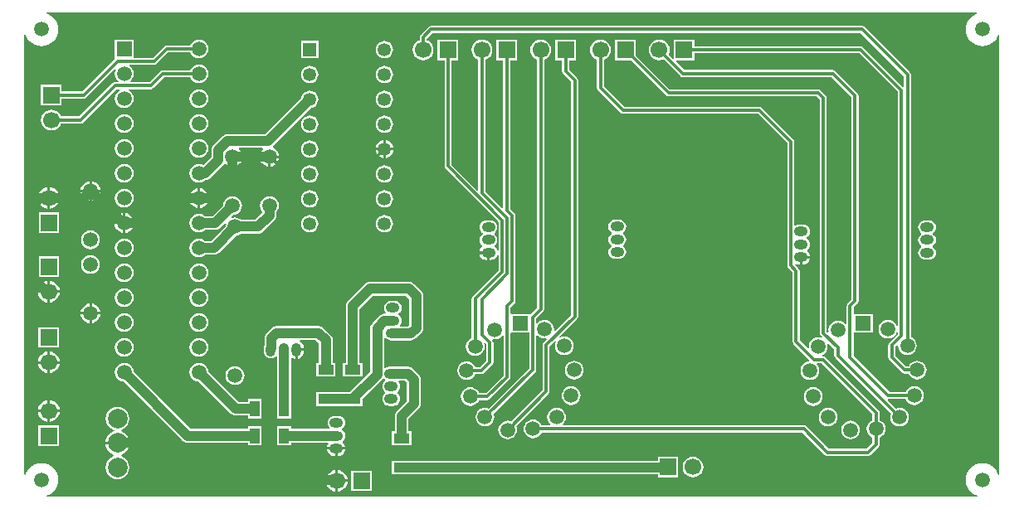
<source format=gbl>
G04 Layer_Physical_Order=2*
G04 Layer_Color=16711680*
%FSLAX25Y25*%
%MOIN*%
G70*
G01*
G75*
%ADD12R,0.06299X0.03937*%
%ADD13R,0.03937X0.06299*%
%ADD14C,0.03937*%
%ADD15C,0.01181*%
%ADD16C,0.05905*%
%ADD17R,0.05905X0.05905*%
%ADD18R,0.05905X0.05905*%
%ADD19O,0.05512X0.03937*%
%ADD20C,0.05315*%
%ADD21R,0.05315X0.05315*%
%ADD22C,0.07874*%
%ADD23O,0.03937X0.05512*%
%ADD24R,0.06693X0.06693*%
%ADD25C,0.06693*%
%ADD26R,0.06693X0.06693*%
G36*
X383771Y195347D02*
X383253Y195190D01*
X382090Y194568D01*
X381071Y193732D01*
X380235Y192713D01*
X379613Y191550D01*
X379231Y190288D01*
X379101Y188976D01*
X379231Y187664D01*
X379613Y186403D01*
X380235Y185240D01*
X381071Y184221D01*
X382090Y183385D01*
X383253Y182763D01*
X384515Y182380D01*
X385827Y182251D01*
X387139Y182380D01*
X388400Y182763D01*
X389563Y183385D01*
X390582Y184221D01*
X391419Y185240D01*
X392040Y186403D01*
X392197Y186921D01*
X392697Y186846D01*
Y10004D01*
X392197Y9930D01*
X392040Y10448D01*
X391419Y11610D01*
X390582Y12630D01*
X389563Y13466D01*
X388400Y14087D01*
X387139Y14470D01*
X385827Y14599D01*
X384515Y14470D01*
X383253Y14087D01*
X382090Y13466D01*
X381071Y12630D01*
X380235Y11610D01*
X379613Y10448D01*
X379231Y9186D01*
X379101Y7874D01*
X379231Y6562D01*
X379613Y5300D01*
X380235Y4138D01*
X381071Y3118D01*
X382090Y2282D01*
X383253Y1661D01*
X383771Y1503D01*
X383697Y1003D01*
X10004D01*
X9930Y1503D01*
X10448Y1661D01*
X11610Y2282D01*
X12630Y3118D01*
X13466Y4138D01*
X14087Y5300D01*
X14470Y6562D01*
X14599Y7874D01*
X14470Y9186D01*
X14087Y10448D01*
X13466Y11610D01*
X12630Y12630D01*
X11610Y13466D01*
X10448Y14087D01*
X9186Y14470D01*
X7874Y14599D01*
X6562Y14470D01*
X5300Y14087D01*
X4138Y13466D01*
X3118Y12630D01*
X2282Y11610D01*
X1661Y10448D01*
X1503Y9930D01*
X1003Y10004D01*
Y186846D01*
X1503Y186921D01*
X1661Y186403D01*
X2282Y185240D01*
X3118Y184221D01*
X4138Y183385D01*
X5300Y182763D01*
X6562Y182380D01*
X7874Y182251D01*
X9186Y182380D01*
X10448Y182763D01*
X11610Y183385D01*
X12630Y184221D01*
X13466Y185240D01*
X14087Y186403D01*
X14470Y187664D01*
X14599Y188976D01*
X14470Y190288D01*
X14087Y191550D01*
X13466Y192713D01*
X12630Y193732D01*
X11610Y194568D01*
X10448Y195190D01*
X9930Y195347D01*
X10004Y195847D01*
X383697D01*
X383771Y195347D01*
D02*
G37*
%LPC*%
G36*
X155512Y87425D02*
X139764D01*
X139044Y87331D01*
X138374Y87053D01*
X137798Y86611D01*
X130909Y79721D01*
X130467Y79146D01*
X130189Y78475D01*
X130094Y77756D01*
Y54921D01*
X128937D01*
Y49409D01*
X132693D01*
X132874Y49386D01*
X133055Y49409D01*
X136811D01*
Y54921D01*
X135654D01*
Y76604D01*
X140915Y81866D01*
X154360D01*
X155685Y80541D01*
Y70049D01*
X155148Y69512D01*
X151988D01*
X151807Y70012D01*
X152151Y70461D01*
X152429Y71131D01*
X152524Y71850D01*
X152429Y72570D01*
X152151Y73240D01*
X151710Y73816D01*
X151332Y74106D01*
X151303Y74173D01*
Y74646D01*
X151332Y74713D01*
X151710Y75003D01*
X152151Y75579D01*
X152429Y76249D01*
X152524Y76968D01*
X152429Y77688D01*
X152151Y78358D01*
X151710Y78934D01*
X151134Y79376D01*
X150463Y79654D01*
X149744Y79748D01*
X148169D01*
X147450Y79654D01*
X146780Y79376D01*
X146204Y78934D01*
X145762Y78358D01*
X145484Y77688D01*
X145390Y76968D01*
X145484Y76249D01*
X145762Y75579D01*
X146106Y75130D01*
X145926Y74630D01*
X145669D01*
X144950Y74535D01*
X144279Y74258D01*
X143704Y73816D01*
X140751Y70863D01*
X140309Y70288D01*
X140032Y69617D01*
X139937Y68898D01*
Y51348D01*
X131723Y43134D01*
X122047D01*
X121867Y43110D01*
X118110D01*
Y37598D01*
X121867D01*
X122047Y37575D01*
X132874D01*
X133055Y37598D01*
X136811D01*
Y40360D01*
X144682Y48231D01*
X144983Y48624D01*
X145569Y48683D01*
X145613Y48625D01*
X145991Y48335D01*
X146020Y48268D01*
Y47795D01*
X145991Y47728D01*
X145613Y47438D01*
X145171Y46862D01*
X144894Y46192D01*
X144799Y45472D01*
X144894Y44753D01*
X145171Y44083D01*
X145613Y43507D01*
X145991Y43217D01*
X146020Y43150D01*
Y42677D01*
X145991Y42610D01*
X145613Y42320D01*
X145171Y41744D01*
X144894Y41074D01*
X144799Y40354D01*
X144894Y39635D01*
X145171Y38965D01*
X145613Y38389D01*
X146189Y37947D01*
X146859Y37669D01*
X147579Y37575D01*
X149153D01*
X149873Y37669D01*
X150543Y37947D01*
X151119Y38389D01*
X151561Y38965D01*
X151839Y39635D01*
X151933Y40354D01*
X151839Y41074D01*
X151561Y41744D01*
X151119Y42320D01*
X150741Y42610D01*
X150712Y42677D01*
Y43150D01*
X150741Y43217D01*
X151119Y43507D01*
X151561Y44083D01*
X151839Y44753D01*
X151933Y45472D01*
X151839Y46192D01*
X151561Y46862D01*
X151217Y47311D01*
X151397Y47811D01*
X153967D01*
X154701Y47077D01*
Y39537D01*
X150593Y35430D01*
X150152Y34854D01*
X149874Y34184D01*
X149779Y33465D01*
Y27362D01*
X148622D01*
Y21850D01*
X152378D01*
X152559Y21827D01*
X152740Y21850D01*
X156496D01*
Y27362D01*
X155339D01*
Y32313D01*
X159446Y36420D01*
X159888Y36996D01*
X160165Y37666D01*
X160260Y38386D01*
Y48228D01*
X160165Y48948D01*
X159888Y49618D01*
X159446Y50194D01*
X157084Y52556D01*
X156508Y52998D01*
X155838Y53276D01*
X155118Y53370D01*
X147579D01*
X146859Y53276D01*
X146189Y52998D01*
X145996Y52850D01*
X145496Y53097D01*
Y64868D01*
X145996Y65037D01*
X146204Y64767D01*
X146780Y64325D01*
X147450Y64047D01*
X148169Y63953D01*
X156299D01*
X157019Y64047D01*
X157689Y64325D01*
X158265Y64767D01*
X160430Y66932D01*
X160872Y67508D01*
X161150Y68178D01*
X161244Y68898D01*
Y81693D01*
X161150Y82412D01*
X160872Y83083D01*
X160430Y83658D01*
X157477Y86611D01*
X156902Y87053D01*
X156231Y87331D01*
X155512Y87425D01*
D02*
G37*
G36*
X71102Y74914D02*
X70126Y74786D01*
X69216Y74409D01*
X68435Y73809D01*
X67835Y73028D01*
X67458Y72118D01*
X67330Y71142D01*
X67458Y70165D01*
X67835Y69256D01*
X68435Y68474D01*
X69216Y67875D01*
X70126Y67498D01*
X71102Y67369D01*
X72079Y67498D01*
X72989Y67875D01*
X73770Y68474D01*
X74369Y69256D01*
X74746Y70165D01*
X74875Y71142D01*
X74746Y72118D01*
X74369Y73028D01*
X73770Y73809D01*
X72989Y74409D01*
X72079Y74786D01*
X71102Y74914D01*
D02*
G37*
G36*
X41102D02*
X40126Y74786D01*
X39216Y74409D01*
X38435Y73809D01*
X37835Y73028D01*
X37459Y72118D01*
X37330Y71142D01*
X37459Y70165D01*
X37835Y69256D01*
X38435Y68474D01*
X39216Y67875D01*
X40126Y67498D01*
X41102Y67369D01*
X42079Y67498D01*
X42989Y67875D01*
X43770Y68474D01*
X44369Y69256D01*
X44746Y70165D01*
X44875Y71142D01*
X44746Y72118D01*
X44369Y73028D01*
X43770Y73809D01*
X42989Y74409D01*
X42079Y74786D01*
X41102Y74914D01*
D02*
G37*
G36*
X208386Y184878D02*
X207307Y184736D01*
X206301Y184320D01*
X205437Y183657D01*
X204775Y182793D01*
X204358Y181788D01*
X204216Y180709D01*
X204358Y179630D01*
X204775Y178624D01*
X205437Y177760D01*
X206301Y177098D01*
X206981Y176816D01*
Y77078D01*
X204437Y74534D01*
X203937Y74606D01*
Y74606D01*
X203937Y74606D01*
X196787D01*
X196457Y74606D01*
X196287Y75036D01*
Y77174D01*
X197844Y78731D01*
X198148Y79187D01*
X198255Y79724D01*
Y114173D01*
X198148Y114711D01*
X197844Y115167D01*
X196169Y116842D01*
Y176575D01*
X198898D01*
Y184843D01*
X190630D01*
Y176575D01*
X193359D01*
Y117183D01*
X192897Y116992D01*
X186169Y123720D01*
Y176816D01*
X186848Y177098D01*
X187712Y177760D01*
X188375Y178624D01*
X188791Y179630D01*
X188933Y180709D01*
X188791Y181788D01*
X188375Y182793D01*
X187712Y183657D01*
X186848Y184320D01*
X185843Y184736D01*
X184764Y184878D01*
X183685Y184736D01*
X182679Y184320D01*
X181816Y183657D01*
X181153Y182793D01*
X180736Y181788D01*
X180594Y180709D01*
X180736Y179630D01*
X181153Y178624D01*
X181816Y177760D01*
X182679Y177098D01*
X183359Y176816D01*
Y124399D01*
X182897Y124208D01*
X172547Y134558D01*
Y176575D01*
X175276D01*
Y184843D01*
X167008D01*
Y176575D01*
X169737D01*
Y133976D01*
X169844Y133439D01*
X170148Y132983D01*
X191508Y111623D01*
Y100262D01*
X191008Y100163D01*
X190782Y100710D01*
X190306Y101330D01*
X189966Y101591D01*
X189955Y102212D01*
X190155Y102365D01*
X190596Y102941D01*
X190874Y103611D01*
X190969Y104331D01*
X190874Y105050D01*
X190596Y105721D01*
X190155Y106296D01*
X189777Y106586D01*
X189748Y106653D01*
Y107126D01*
X189777Y107193D01*
X190155Y107483D01*
X190596Y108059D01*
X190874Y108729D01*
X190969Y109449D01*
X190874Y110168D01*
X190596Y110839D01*
X190155Y111414D01*
X189579Y111856D01*
X188908Y112134D01*
X188189Y112229D01*
X186614D01*
X185895Y112134D01*
X185224Y111856D01*
X184649Y111414D01*
X184207Y110839D01*
X183929Y110168D01*
X183835Y109449D01*
X183929Y108729D01*
X184207Y108059D01*
X184649Y107483D01*
X185027Y107193D01*
X185056Y107126D01*
Y106653D01*
X185027Y106586D01*
X184649Y106296D01*
X184207Y105721D01*
X183929Y105050D01*
X183835Y104331D01*
X183929Y103611D01*
X184207Y102941D01*
X184649Y102365D01*
X184848Y102212D01*
X184837Y101591D01*
X184497Y101330D01*
X184021Y100710D01*
X183722Y99988D01*
X183686Y99713D01*
X187402D01*
Y99213D01*
X187902D01*
Y96219D01*
X188189D01*
X188964Y96320D01*
X189686Y96620D01*
X190306Y97095D01*
X190782Y97716D01*
X191008Y98262D01*
X191508Y98163D01*
Y92117D01*
X181093Y81702D01*
X180789Y81246D01*
X180682Y80709D01*
Y64884D01*
X180200Y64684D01*
X179419Y64085D01*
X178820Y63304D01*
X178443Y62394D01*
X178314Y61417D01*
X178443Y60441D01*
X178820Y59531D01*
X179419Y58750D01*
X180200Y58150D01*
X181110Y57773D01*
X182087Y57645D01*
X183063Y57773D01*
X183973Y58150D01*
X184754Y58750D01*
X185354Y59531D01*
X185730Y60441D01*
X185859Y61417D01*
X185730Y62394D01*
X185613Y62677D01*
X186037Y62960D01*
X186587Y62410D01*
Y55700D01*
X184087Y53199D01*
X182164D01*
X181965Y53681D01*
X181365Y54462D01*
X180584Y55062D01*
X179674Y55438D01*
X178698Y55567D01*
X177721Y55438D01*
X176812Y55062D01*
X176030Y54462D01*
X175431Y53681D01*
X175054Y52771D01*
X174925Y51794D01*
X175054Y50818D01*
X175431Y49908D01*
X176030Y49127D01*
X176812Y48527D01*
X177721Y48151D01*
X178698Y48022D01*
X179674Y48151D01*
X180584Y48527D01*
X181365Y49127D01*
X181965Y49908D01*
X182164Y50389D01*
X184669D01*
X185206Y50496D01*
X185662Y50801D01*
X188986Y54125D01*
X189290Y54580D01*
X189397Y55118D01*
Y62992D01*
X189290Y63530D01*
X189003Y63959D01*
X189027Y64057D01*
X189246Y64432D01*
X189961Y64338D01*
X190937Y64466D01*
X191847Y64843D01*
X192628Y65443D01*
X192977Y65897D01*
X193477Y65728D01*
Y49795D01*
X186426Y42744D01*
X183584D01*
X183385Y43225D01*
X182786Y44006D01*
X182004Y44606D01*
X181094Y44982D01*
X180118Y45111D01*
X179142Y44982D01*
X178232Y44606D01*
X177451Y44006D01*
X176851Y43225D01*
X176474Y42315D01*
X176346Y41339D01*
X176474Y40362D01*
X176851Y39452D01*
X177451Y38671D01*
X178232Y38072D01*
X179142Y37695D01*
X180118Y37566D01*
X181094Y37695D01*
X182004Y38072D01*
X182786Y38671D01*
X183385Y39452D01*
X183584Y39934D01*
X187008D01*
X187546Y40041D01*
X188001Y40345D01*
X195875Y48219D01*
X196180Y48675D01*
X196287Y49213D01*
Y66696D01*
X196457Y67126D01*
X196787Y67126D01*
X203713D01*
Y52747D01*
X187481Y36515D01*
X187000Y36715D01*
X186024Y36843D01*
X185047Y36715D01*
X184137Y36338D01*
X183356Y35738D01*
X182757Y34957D01*
X182380Y34047D01*
X182251Y33071D01*
X182380Y32094D01*
X182757Y31185D01*
X183356Y30403D01*
X184137Y29804D01*
X185047Y29427D01*
X186024Y29298D01*
X187000Y29427D01*
X187910Y29804D01*
X188691Y30403D01*
X189291Y31185D01*
X189667Y32094D01*
X189796Y33071D01*
X189667Y34047D01*
X189468Y34528D01*
X206112Y51172D01*
X206416Y51628D01*
X206523Y52165D01*
Y66121D01*
X207023Y66291D01*
X207372Y65836D01*
X208153Y65237D01*
X209063Y64860D01*
X210039Y64732D01*
X210527Y64796D01*
X210760Y64322D01*
X209636Y63198D01*
X209332Y62742D01*
X209225Y62205D01*
Y44086D01*
X196536Y31397D01*
X196055Y31597D01*
X195079Y31725D01*
X194102Y31597D01*
X193193Y31220D01*
X192411Y30620D01*
X191812Y29839D01*
X191435Y28929D01*
X191306Y27953D01*
X191435Y26976D01*
X191812Y26066D01*
X192411Y25285D01*
X193193Y24686D01*
X194102Y24309D01*
X195079Y24180D01*
X196055Y24309D01*
X196965Y24686D01*
X197746Y25285D01*
X198346Y26066D01*
X198723Y26976D01*
X198851Y27953D01*
X198723Y28929D01*
X198523Y29410D01*
X211623Y42511D01*
X211928Y42966D01*
X212035Y43504D01*
Y61623D01*
X214102Y63690D01*
X214526Y63407D01*
X214269Y62787D01*
X214141Y61811D01*
X214269Y60835D01*
X214646Y59925D01*
X215246Y59144D01*
X216027Y58544D01*
X216937Y58167D01*
X217913Y58039D01*
X218890Y58167D01*
X219800Y58544D01*
X220581Y59144D01*
X221180Y59925D01*
X221557Y60835D01*
X221686Y61811D01*
X221557Y62787D01*
X221180Y63697D01*
X220581Y64478D01*
X219800Y65078D01*
X218890Y65455D01*
X217913Y65583D01*
X216937Y65455D01*
X216318Y65198D01*
X216034Y65622D01*
X223041Y72629D01*
X223345Y73084D01*
X223452Y73622D01*
Y168504D01*
X223345Y169042D01*
X223041Y169497D01*
X219791Y172747D01*
Y176575D01*
X222520D01*
Y184843D01*
X214252D01*
Y176575D01*
X216981D01*
Y172165D01*
X217088Y171628D01*
X217392Y171172D01*
X220642Y167922D01*
Y74204D01*
X214221Y67783D01*
X213748Y68016D01*
X213812Y68504D01*
X213683Y69480D01*
X213306Y70390D01*
X212707Y71171D01*
X211926Y71771D01*
X211016Y72148D01*
X210039Y72276D01*
X209063Y72148D01*
X208153Y71771D01*
X207372Y71171D01*
X207023Y70717D01*
X206523Y70887D01*
Y72646D01*
X209379Y75503D01*
X209684Y75958D01*
X209791Y76496D01*
Y176816D01*
X210471Y177098D01*
X211334Y177760D01*
X211997Y178624D01*
X212413Y179630D01*
X212555Y180709D01*
X212413Y181788D01*
X211997Y182793D01*
X211334Y183657D01*
X210471Y184320D01*
X209465Y184736D01*
X208386Y184878D01*
D02*
G37*
G36*
X31480Y74303D02*
X28059D01*
Y70882D01*
X28591Y70952D01*
X29553Y71350D01*
X30378Y71984D01*
X31012Y72810D01*
X31410Y73771D01*
X31480Y74303D01*
D02*
G37*
G36*
X27059D02*
X23638D01*
X23708Y73771D01*
X24106Y72810D01*
X24740Y71984D01*
X25566Y71350D01*
X26527Y70952D01*
X27059Y70882D01*
Y74303D01*
D02*
G37*
G36*
X14961Y69252D02*
X6693D01*
Y60984D01*
X14961D01*
Y69252D01*
D02*
G37*
G36*
X11327Y59436D02*
Y55618D01*
X15145D01*
X15061Y56253D01*
X14623Y57310D01*
X13927Y58218D01*
X13019Y58915D01*
X11961Y59353D01*
X11327Y59436D01*
D02*
G37*
G36*
X10327D02*
X9692Y59353D01*
X8635Y58915D01*
X7727Y58218D01*
X7030Y57310D01*
X6592Y56253D01*
X6509Y55618D01*
X10327D01*
Y59436D01*
D02*
G37*
G36*
X15145Y54618D02*
X11327D01*
Y50800D01*
X11961Y50884D01*
X13019Y51322D01*
X13927Y52018D01*
X14623Y52926D01*
X15061Y53983D01*
X15145Y54618D01*
D02*
G37*
G36*
X71102Y64914D02*
X70126Y64786D01*
X69216Y64409D01*
X68435Y63809D01*
X67835Y63028D01*
X67458Y62118D01*
X67330Y61142D01*
X67458Y60165D01*
X67835Y59255D01*
X68435Y58474D01*
X69216Y57875D01*
X70126Y57498D01*
X71102Y57369D01*
X72079Y57498D01*
X72989Y57875D01*
X73770Y58474D01*
X74369Y59255D01*
X74746Y60165D01*
X74875Y61142D01*
X74746Y62118D01*
X74369Y63028D01*
X73770Y63809D01*
X72989Y64409D01*
X72079Y64786D01*
X71102Y64914D01*
D02*
G37*
G36*
X41102D02*
X40126Y64786D01*
X39216Y64409D01*
X38435Y63809D01*
X37835Y63028D01*
X37459Y62118D01*
X37330Y61142D01*
X37459Y60165D01*
X37835Y59255D01*
X38435Y58474D01*
X39216Y57875D01*
X40126Y57498D01*
X41102Y57369D01*
X42079Y57498D01*
X42989Y57875D01*
X43770Y58474D01*
X44369Y59255D01*
X44746Y60165D01*
X44875Y61142D01*
X44746Y62118D01*
X44369Y63028D01*
X43770Y63809D01*
X42989Y64409D01*
X42079Y64786D01*
X41102Y64914D01*
D02*
G37*
G36*
X113230Y59736D02*
X110736D01*
Y56520D01*
X111011Y56557D01*
X111733Y56856D01*
X112353Y57332D01*
X112829Y57952D01*
X113128Y58674D01*
X113230Y59449D01*
Y59736D01*
D02*
G37*
G36*
X71102Y94914D02*
X70126Y94786D01*
X69216Y94409D01*
X68435Y93809D01*
X67835Y93028D01*
X67458Y92118D01*
X67330Y91142D01*
X67458Y90165D01*
X67835Y89255D01*
X68435Y88474D01*
X69216Y87875D01*
X70126Y87498D01*
X71102Y87369D01*
X72079Y87498D01*
X72989Y87875D01*
X73770Y88474D01*
X74369Y89255D01*
X74746Y90165D01*
X74875Y91142D01*
X74746Y92118D01*
X74369Y93028D01*
X73770Y93809D01*
X72989Y94409D01*
X72079Y94786D01*
X71102Y94914D01*
D02*
G37*
G36*
X41102D02*
X40126Y94786D01*
X39216Y94409D01*
X38435Y93809D01*
X37835Y93028D01*
X37459Y92118D01*
X37330Y91142D01*
X37459Y90165D01*
X37835Y89255D01*
X38435Y88474D01*
X39216Y87875D01*
X40126Y87498D01*
X41102Y87369D01*
X42079Y87498D01*
X42989Y87875D01*
X43770Y88474D01*
X44369Y89255D01*
X44746Y90165D01*
X44875Y91142D01*
X44746Y92118D01*
X44369Y93028D01*
X43770Y93809D01*
X42989Y94409D01*
X42079Y94786D01*
X41102Y94914D01*
D02*
G37*
G36*
X11327Y87822D02*
Y84004D01*
X15145D01*
X15061Y84639D01*
X14623Y85696D01*
X13927Y86604D01*
X13019Y87301D01*
X11961Y87739D01*
X11327Y87822D01*
D02*
G37*
G36*
X316708Y96941D02*
X313492D01*
Y94447D01*
X313779D01*
X314555Y94549D01*
X315277Y94848D01*
X315897Y95324D01*
X316372Y95944D01*
X316672Y96666D01*
X316708Y96941D01*
D02*
G37*
G36*
X27559Y98261D02*
X26583Y98132D01*
X25673Y97755D01*
X24892Y97156D01*
X24292Y96374D01*
X23915Y95465D01*
X23787Y94488D01*
X23915Y93512D01*
X24292Y92602D01*
X24892Y91821D01*
X25673Y91221D01*
X26583Y90844D01*
X27559Y90716D01*
X28535Y90844D01*
X29445Y91221D01*
X30227Y91821D01*
X30826Y92602D01*
X31203Y93512D01*
X31332Y94488D01*
X31203Y95465D01*
X30826Y96374D01*
X30227Y97156D01*
X29445Y97755D01*
X28535Y98132D01*
X27559Y98261D01*
D02*
G37*
G36*
X14961Y97638D02*
X6693D01*
Y89370D01*
X14961D01*
Y97638D01*
D02*
G37*
G36*
X10327Y87822D02*
X9692Y87739D01*
X8635Y87301D01*
X7727Y86604D01*
X7030Y85696D01*
X6592Y84639D01*
X6509Y84004D01*
X10327D01*
Y87822D01*
D02*
G37*
G36*
X41102Y84914D02*
X40126Y84786D01*
X39216Y84409D01*
X38435Y83809D01*
X37835Y83028D01*
X37459Y82118D01*
X37330Y81142D01*
X37459Y80165D01*
X37835Y79255D01*
X38435Y78474D01*
X39216Y77875D01*
X40126Y77498D01*
X41102Y77369D01*
X42079Y77498D01*
X42989Y77875D01*
X43770Y78474D01*
X44369Y79255D01*
X44746Y80165D01*
X44875Y81142D01*
X44746Y82118D01*
X44369Y83028D01*
X43770Y83809D01*
X42989Y84409D01*
X42079Y84786D01*
X41102Y84914D01*
D02*
G37*
G36*
X28059Y78724D02*
Y75303D01*
X31480D01*
X31410Y75835D01*
X31012Y76797D01*
X30378Y77622D01*
X29553Y78256D01*
X28591Y78654D01*
X28059Y78724D01*
D02*
G37*
G36*
X27059D02*
X26527Y78654D01*
X25566Y78256D01*
X24740Y77622D01*
X24106Y76797D01*
X23708Y75835D01*
X23638Y75303D01*
X27059D01*
Y78724D01*
D02*
G37*
G36*
X15145Y83004D02*
X11327D01*
Y79186D01*
X11961Y79269D01*
X13019Y79707D01*
X13927Y80404D01*
X14623Y81312D01*
X15061Y82369D01*
X15145Y83004D01*
D02*
G37*
G36*
X10327D02*
X6509D01*
X6592Y82369D01*
X7030Y81312D01*
X7727Y80404D01*
X8635Y79707D01*
X9692Y79269D01*
X10327Y79186D01*
Y83004D01*
D02*
G37*
G36*
X71102Y84914D02*
X70126Y84786D01*
X69216Y84409D01*
X68435Y83809D01*
X67835Y83028D01*
X67458Y82118D01*
X67330Y81142D01*
X67458Y80165D01*
X67835Y79255D01*
X68435Y78474D01*
X69216Y77875D01*
X70126Y77498D01*
X71102Y77369D01*
X72079Y77498D01*
X72989Y77875D01*
X73770Y78474D01*
X74369Y79255D01*
X74746Y80165D01*
X74875Y81142D01*
X74746Y82118D01*
X74369Y83028D01*
X73770Y83809D01*
X72989Y84409D01*
X72079Y84786D01*
X71102Y84914D01*
D02*
G37*
G36*
X10327Y54618D02*
X6509D01*
X6592Y53983D01*
X7030Y52926D01*
X7727Y52018D01*
X8635Y51322D01*
X9692Y50884D01*
X10327Y50800D01*
Y54618D01*
D02*
G37*
G36*
X130035Y19972D02*
X126819D01*
Y17478D01*
X127106D01*
X127881Y17580D01*
X128603Y17879D01*
X129224Y18355D01*
X129699Y18975D01*
X129998Y19697D01*
X130035Y19972D01*
D02*
G37*
G36*
X125819D02*
X122603D01*
X122639Y19697D01*
X122939Y18975D01*
X123414Y18355D01*
X124034Y17879D01*
X124757Y17580D01*
X125531Y17478D01*
X125819D01*
Y19972D01*
D02*
G37*
G36*
X263701Y17126D02*
X255433D01*
Y15575D01*
X152559D01*
X152378Y15551D01*
X148622D01*
Y10039D01*
X152378D01*
X152559Y10016D01*
X255433D01*
Y8858D01*
X263701D01*
Y17126D01*
D02*
G37*
G36*
X38386Y37246D02*
X37152Y37083D01*
X36003Y36607D01*
X35016Y35850D01*
X34259Y34863D01*
X33783Y33714D01*
X33621Y32480D01*
X33783Y31247D01*
X34259Y30098D01*
X35016Y29111D01*
X36003Y28354D01*
X37016Y27934D01*
X37053Y27713D01*
X37019Y27416D01*
X35896Y26950D01*
X34865Y26159D01*
X34073Y25128D01*
X33576Y23927D01*
X33472Y23138D01*
X38386D01*
X43300D01*
X43196Y23927D01*
X42698Y25128D01*
X41907Y26159D01*
X40876Y26950D01*
X39752Y27416D01*
X39719Y27713D01*
X39756Y27934D01*
X40768Y28354D01*
X41755Y29111D01*
X42513Y30098D01*
X42989Y31247D01*
X43151Y32480D01*
X42989Y33714D01*
X42513Y34863D01*
X41755Y35850D01*
X40768Y36607D01*
X39619Y37083D01*
X38386Y37246D01*
D02*
G37*
G36*
X41102Y54914D02*
X40126Y54786D01*
X39216Y54409D01*
X38435Y53809D01*
X37835Y53028D01*
X37459Y52118D01*
X37330Y51142D01*
X37459Y50165D01*
X37835Y49255D01*
X38435Y48474D01*
X39216Y47875D01*
X40126Y47498D01*
X40920Y47393D01*
X64688Y23625D01*
X65264Y23183D01*
X65934Y22906D01*
X66654Y22811D01*
X90748D01*
Y21654D01*
X96260D01*
Y25410D01*
X96284Y25591D01*
X96260Y25771D01*
Y29528D01*
X90748D01*
Y28370D01*
X67805D01*
X44851Y51324D01*
X44746Y52118D01*
X44369Y53028D01*
X43770Y53809D01*
X42989Y54409D01*
X42079Y54786D01*
X41102Y54914D01*
D02*
G37*
G36*
X14961Y29724D02*
X6693D01*
Y21457D01*
X14961D01*
Y29724D01*
D02*
G37*
G36*
X269567Y17162D02*
X268488Y17020D01*
X267482Y16603D01*
X266619Y15940D01*
X265956Y15077D01*
X265540Y14071D01*
X265397Y12992D01*
X265540Y11913D01*
X265956Y10907D01*
X266619Y10044D01*
X267482Y9381D01*
X268488Y8965D01*
X269567Y8823D01*
X270646Y8965D01*
X271652Y9381D01*
X272515Y10044D01*
X273178Y10907D01*
X273594Y11913D01*
X273737Y12992D01*
X273594Y14071D01*
X273178Y15077D01*
X272515Y15940D01*
X271652Y16603D01*
X270646Y17020D01*
X269567Y17162D01*
D02*
G37*
G36*
X140630Y11614D02*
X132362D01*
Y3347D01*
X140630D01*
Y11614D01*
D02*
G37*
G36*
X130814Y6980D02*
X126996D01*
Y3162D01*
X127631Y3246D01*
X128688Y3684D01*
X129596Y4380D01*
X130293Y5288D01*
X130731Y6346D01*
X130814Y6980D01*
D02*
G37*
G36*
X125996D02*
X122178D01*
X122262Y6346D01*
X122699Y5288D01*
X123396Y4380D01*
X124304Y3684D01*
X125361Y3246D01*
X125996Y3162D01*
Y6980D01*
D02*
G37*
G36*
X43300Y22138D02*
X38386D01*
X33472D01*
X33576Y21349D01*
X34073Y20148D01*
X34865Y19117D01*
X35896Y18325D01*
X37019Y17860D01*
X37053Y17563D01*
X37016Y17341D01*
X36003Y16922D01*
X35016Y16165D01*
X34259Y15178D01*
X33783Y14029D01*
X33621Y12795D01*
X33783Y11562D01*
X34259Y10413D01*
X35016Y9426D01*
X36003Y8669D01*
X37152Y8192D01*
X38386Y8030D01*
X39619Y8192D01*
X40768Y8669D01*
X41755Y9426D01*
X42513Y10413D01*
X42989Y11562D01*
X43151Y12795D01*
X42989Y14029D01*
X42513Y15178D01*
X41755Y16165D01*
X40768Y16922D01*
X39756Y17341D01*
X39719Y17563D01*
X39752Y17860D01*
X40876Y18325D01*
X41907Y19117D01*
X42698Y20148D01*
X43196Y21349D01*
X43300Y22138D01*
D02*
G37*
G36*
X126996Y11798D02*
Y7980D01*
X130814D01*
X130731Y8615D01*
X130293Y9672D01*
X129596Y10580D01*
X128688Y11277D01*
X127631Y11715D01*
X126996Y11798D01*
D02*
G37*
G36*
X125996D02*
X125361Y11715D01*
X124304Y11277D01*
X123396Y10580D01*
X122699Y9672D01*
X122262Y8615D01*
X122178Y7980D01*
X125996D01*
Y11798D01*
D02*
G37*
G36*
X220669Y45505D02*
X219693Y45376D01*
X218783Y44999D01*
X218002Y44400D01*
X217402Y43619D01*
X217025Y42709D01*
X216897Y41732D01*
X217025Y40756D01*
X217402Y39846D01*
X218002Y39065D01*
X218783Y38465D01*
X219693Y38088D01*
X220669Y37960D01*
X221646Y38088D01*
X222555Y38465D01*
X223337Y39065D01*
X223936Y39846D01*
X224313Y40756D01*
X224442Y41732D01*
X224313Y42709D01*
X223936Y43619D01*
X223337Y44400D01*
X222555Y44999D01*
X221646Y45376D01*
X220669Y45505D01*
D02*
G37*
G36*
X317913Y45111D02*
X316937Y44982D01*
X316027Y44606D01*
X315246Y44006D01*
X314646Y43225D01*
X314269Y42315D01*
X314141Y41339D01*
X314269Y40362D01*
X314646Y39452D01*
X315246Y38671D01*
X316027Y38072D01*
X316937Y37695D01*
X317913Y37566D01*
X318890Y37695D01*
X319800Y38072D01*
X320581Y38671D01*
X321180Y39452D01*
X321557Y40362D01*
X321686Y41339D01*
X321557Y42315D01*
X321180Y43225D01*
X320581Y44006D01*
X319800Y44606D01*
X318890Y44982D01*
X317913Y45111D01*
D02*
G37*
G36*
X11327Y39909D02*
Y36090D01*
X15145D01*
X15061Y36725D01*
X14623Y37782D01*
X13927Y38691D01*
X13019Y39387D01*
X11961Y39825D01*
X11327Y39909D01*
D02*
G37*
G36*
X119095Y69709D02*
X102362D01*
X101643Y69614D01*
X100972Y69336D01*
X100397Y68895D01*
X98231Y66729D01*
X97790Y66154D01*
X97512Y65483D01*
X97417Y64764D01*
Y61990D01*
X97315Y61743D01*
X97220Y61024D01*
Y59449D01*
X97315Y58729D01*
X97593Y58059D01*
X98035Y57483D01*
X98610Y57042D01*
X99281Y56764D01*
X100000Y56669D01*
X100719Y56764D01*
X101390Y57042D01*
X101965Y57483D01*
X102035Y57574D01*
X102535Y57405D01*
Y36417D01*
X102559Y36237D01*
Y32480D01*
X108071D01*
Y36237D01*
X108095Y36417D01*
Y56720D01*
X108595Y56967D01*
X108739Y56856D01*
X109461Y56557D01*
X109736Y56520D01*
Y60236D01*
X110236D01*
Y60736D01*
X113230D01*
Y61024D01*
X113128Y61799D01*
X112829Y62521D01*
X112353Y63141D01*
X111733Y63617D01*
X111654Y63649D01*
X111753Y64149D01*
X117943D01*
X119268Y62825D01*
Y54921D01*
X118110D01*
Y49409D01*
X121867D01*
X122047Y49386D01*
X122228Y49409D01*
X125984D01*
Y54921D01*
X124827D01*
Y63976D01*
X124732Y64696D01*
X124454Y65366D01*
X124013Y65942D01*
X121060Y68895D01*
X120484Y69336D01*
X119814Y69614D01*
X119095Y69709D01*
D02*
G37*
G36*
X221850Y55741D02*
X220874Y55612D01*
X219964Y55235D01*
X219183Y54636D01*
X218583Y53855D01*
X218207Y52945D01*
X218078Y51968D01*
X218207Y50992D01*
X218583Y50082D01*
X219183Y49301D01*
X219964Y48702D01*
X220874Y48325D01*
X221850Y48196D01*
X222827Y48325D01*
X223737Y48702D01*
X224518Y49301D01*
X225117Y50082D01*
X225494Y50992D01*
X225623Y51968D01*
X225494Y52945D01*
X225117Y53855D01*
X224518Y54636D01*
X223737Y55235D01*
X222827Y55612D01*
X221850Y55741D01*
D02*
G37*
G36*
X85630Y53576D02*
X84654Y53447D01*
X83744Y53070D01*
X82962Y52471D01*
X82363Y51689D01*
X81986Y50779D01*
X81858Y49803D01*
X81986Y48827D01*
X82363Y47917D01*
X82962Y47136D01*
X83744Y46536D01*
X84654Y46159D01*
X85630Y46031D01*
X86606Y46159D01*
X87516Y46536D01*
X88297Y47136D01*
X88897Y47917D01*
X89274Y48827D01*
X89402Y49803D01*
X89274Y50779D01*
X88897Y51689D01*
X88297Y52471D01*
X87516Y53070D01*
X86606Y53447D01*
X85630Y53576D01*
D02*
G37*
G36*
X10327Y39909D02*
X9692Y39825D01*
X8635Y39387D01*
X7727Y38691D01*
X7030Y37782D01*
X6592Y36725D01*
X6509Y36090D01*
X10327D01*
Y39909D01*
D02*
G37*
G36*
X323819Y36843D02*
X322843Y36715D01*
X321933Y36338D01*
X321151Y35738D01*
X320552Y34957D01*
X320175Y34047D01*
X320046Y33071D01*
X320175Y32094D01*
X320552Y31185D01*
X321151Y30403D01*
X321933Y29804D01*
X322843Y29427D01*
X323819Y29298D01*
X324795Y29427D01*
X325705Y29804D01*
X326486Y30403D01*
X327086Y31185D01*
X327463Y32094D01*
X327591Y33071D01*
X327463Y34047D01*
X327086Y34957D01*
X326486Y35738D01*
X325705Y36338D01*
X324795Y36715D01*
X323819Y36843D01*
D02*
G37*
G36*
X127106Y33488D02*
X125531D01*
X124812Y33394D01*
X124142Y33116D01*
X123566Y32674D01*
X123124Y32098D01*
X122846Y31428D01*
X122752Y30709D01*
X122846Y29989D01*
X123124Y29319D01*
X123468Y28870D01*
X123288Y28370D01*
X108071D01*
Y29528D01*
X102559D01*
Y25771D01*
X102535Y25591D01*
X102559Y25410D01*
Y21654D01*
X108071D01*
Y22811D01*
X122954D01*
X123201Y22311D01*
X122939Y21970D01*
X122639Y21247D01*
X122603Y20972D01*
X126319D01*
X130035D01*
X129998Y21247D01*
X129699Y21970D01*
X129224Y22590D01*
X128884Y22850D01*
X128872Y23472D01*
X129072Y23625D01*
X129514Y24201D01*
X129791Y24871D01*
X129886Y25591D01*
X129791Y26310D01*
X129514Y26980D01*
X129072Y27556D01*
X128694Y27846D01*
X128665Y27913D01*
Y28386D01*
X128694Y28453D01*
X129072Y28743D01*
X129514Y29319D01*
X129791Y29989D01*
X129886Y30709D01*
X129791Y31428D01*
X129514Y32098D01*
X129072Y32674D01*
X128496Y33116D01*
X127826Y33394D01*
X127106Y33488D01*
D02*
G37*
G36*
X332874Y31725D02*
X331898Y31597D01*
X330988Y31220D01*
X330206Y30620D01*
X329607Y29839D01*
X329230Y28929D01*
X329102Y27953D01*
X329230Y26976D01*
X329607Y26066D01*
X330206Y25285D01*
X330988Y24686D01*
X331898Y24309D01*
X332874Y24180D01*
X333850Y24309D01*
X334760Y24686D01*
X335542Y25285D01*
X336141Y26066D01*
X336518Y26976D01*
X336646Y27953D01*
X336518Y28929D01*
X336141Y29839D01*
X335542Y30620D01*
X334760Y31220D01*
X333850Y31597D01*
X332874Y31725D01*
D02*
G37*
G36*
X71102Y54914D02*
X70126Y54786D01*
X69216Y54409D01*
X68435Y53809D01*
X67835Y53028D01*
X67458Y52118D01*
X67330Y51142D01*
X67458Y50165D01*
X67835Y49255D01*
X68435Y48474D01*
X69216Y47875D01*
X70126Y47498D01*
X70920Y47393D01*
X83861Y34452D01*
X84437Y34010D01*
X85107Y33732D01*
X85827Y33638D01*
X90748D01*
Y32480D01*
X96260D01*
Y36237D01*
X96284Y36417D01*
X96260Y36598D01*
Y40354D01*
X90748D01*
Y39197D01*
X86978D01*
X74851Y51324D01*
X74746Y52118D01*
X74369Y53028D01*
X73770Y53809D01*
X72989Y54409D01*
X72079Y54786D01*
X71102Y54914D01*
D02*
G37*
G36*
X15145Y35091D02*
X11327D01*
Y31272D01*
X11961Y31356D01*
X13019Y31794D01*
X13927Y32491D01*
X14623Y33399D01*
X15061Y34456D01*
X15145Y35091D01*
D02*
G37*
G36*
X10327D02*
X6509D01*
X6592Y34456D01*
X7030Y33399D01*
X7727Y32491D01*
X8635Y31794D01*
X9692Y31356D01*
X10327Y31272D01*
Y35091D01*
D02*
G37*
G36*
X186902Y98713D02*
X183686D01*
X183722Y98438D01*
X184021Y97716D01*
X184497Y97095D01*
X185117Y96620D01*
X185839Y96320D01*
X186614Y96219D01*
X186902D01*
Y98713D01*
D02*
G37*
G36*
X71102Y144914D02*
X70126Y144786D01*
X69216Y144409D01*
X68435Y143809D01*
X67835Y143028D01*
X67458Y142118D01*
X67330Y141142D01*
X67458Y140165D01*
X67835Y139255D01*
X68435Y138474D01*
X69216Y137875D01*
X70126Y137498D01*
X71102Y137369D01*
X72079Y137498D01*
X72989Y137875D01*
X73770Y138474D01*
X74369Y139255D01*
X74746Y140165D01*
X74875Y141142D01*
X74746Y142118D01*
X74369Y143028D01*
X73770Y143809D01*
X72989Y144409D01*
X72079Y144786D01*
X71102Y144914D01*
D02*
G37*
G36*
X41102D02*
X40126Y144786D01*
X39216Y144409D01*
X38435Y143809D01*
X37835Y143028D01*
X37459Y142118D01*
X37330Y141142D01*
X37459Y140165D01*
X37835Y139255D01*
X38435Y138474D01*
X39216Y137875D01*
X40126Y137498D01*
X41102Y137369D01*
X42079Y137498D01*
X42989Y137875D01*
X43770Y138474D01*
X44369Y139255D01*
X44746Y140165D01*
X44875Y141142D01*
X44746Y142118D01*
X44369Y143028D01*
X43770Y143809D01*
X42989Y144409D01*
X42079Y144786D01*
X41102Y144914D01*
D02*
G37*
G36*
X149293Y140366D02*
X146169D01*
Y137243D01*
X146624Y137303D01*
X147514Y137671D01*
X148278Y138258D01*
X148864Y139022D01*
X149233Y139911D01*
X149293Y140366D01*
D02*
G37*
G36*
X145169Y144489D02*
X144714Y144430D01*
X143825Y144061D01*
X143061Y143475D01*
X142474Y142711D01*
X142106Y141821D01*
X142046Y141366D01*
X145169D01*
Y144489D01*
D02*
G37*
G36*
X115669Y164341D02*
X114770Y164222D01*
X113932Y163875D01*
X113212Y163323D01*
X112660Y162603D01*
X112313Y161765D01*
X112264Y161392D01*
X97746Y146874D01*
X82675D01*
X81955Y146779D01*
X81285Y146502D01*
X80709Y146060D01*
X76972Y142322D01*
X76530Y141747D01*
X76252Y141076D01*
X76157Y140357D01*
Y137569D01*
X72994Y134405D01*
X72989Y134409D01*
X72079Y134786D01*
X71102Y134914D01*
X70126Y134786D01*
X69216Y134409D01*
X68435Y133809D01*
X67835Y133028D01*
X67458Y132118D01*
X67330Y131142D01*
X67458Y130165D01*
X67835Y129255D01*
X68435Y128474D01*
X69216Y127875D01*
X70126Y127498D01*
X71102Y127369D01*
X72079Y127498D01*
X72989Y127875D01*
X73624Y128362D01*
X73661D01*
X74381Y128457D01*
X75051Y128735D01*
X75627Y129176D01*
X80902Y134452D01*
X81251Y134905D01*
X81776Y134987D01*
X81855Y134954D01*
X82652Y134343D01*
X83614Y133944D01*
X84146Y133874D01*
Y137795D01*
X84646D01*
Y138295D01*
X88567D01*
X88497Y138827D01*
X88098Y139789D01*
X87465Y140614D01*
X87204Y140815D01*
X87373Y141315D01*
X96682D01*
X96851Y140815D01*
X96590Y140614D01*
X95957Y139789D01*
X95558Y138827D01*
X95488Y138295D01*
X99410D01*
X103331D01*
X103260Y138827D01*
X102862Y139789D01*
X102229Y140614D01*
X101403Y141248D01*
X100840Y141481D01*
X100765Y142053D01*
X100863Y142129D01*
X116195Y157461D01*
X116569Y157510D01*
X117407Y157857D01*
X118126Y158409D01*
X118678Y159129D01*
X119026Y159967D01*
X119144Y160866D01*
X119026Y161765D01*
X118678Y162603D01*
X118126Y163323D01*
X117407Y163875D01*
X116569Y164222D01*
X115669Y164341D01*
D02*
G37*
G36*
Y144341D02*
X114770Y144222D01*
X113932Y143875D01*
X113212Y143323D01*
X112660Y142603D01*
X112313Y141765D01*
X112195Y140866D01*
X112313Y139967D01*
X112660Y139129D01*
X113212Y138409D01*
X113932Y137857D01*
X114770Y137510D01*
X115669Y137391D01*
X116569Y137510D01*
X117407Y137857D01*
X118126Y138409D01*
X118678Y139129D01*
X119026Y139967D01*
X119144Y140866D01*
X119026Y141765D01*
X118678Y142603D01*
X118126Y143323D01*
X117407Y143875D01*
X116569Y144222D01*
X115669Y144341D01*
D02*
G37*
G36*
X145169Y140366D02*
X142046D01*
X142106Y139911D01*
X142474Y139022D01*
X143061Y138258D01*
X143825Y137671D01*
X144714Y137303D01*
X145169Y137243D01*
Y140366D01*
D02*
G37*
G36*
X145669Y134341D02*
X144770Y134222D01*
X143932Y133875D01*
X143212Y133323D01*
X142660Y132603D01*
X142313Y131765D01*
X142195Y130866D01*
X142313Y129967D01*
X142660Y129129D01*
X143212Y128409D01*
X143932Y127857D01*
X144770Y127510D01*
X145669Y127392D01*
X146569Y127510D01*
X147407Y127857D01*
X148126Y128409D01*
X148678Y129129D01*
X149025Y129967D01*
X149144Y130866D01*
X149025Y131765D01*
X148678Y132603D01*
X148126Y133323D01*
X147407Y133875D01*
X146569Y134222D01*
X145669Y134341D01*
D02*
G37*
G36*
X115669D02*
X114770Y134222D01*
X113932Y133875D01*
X113212Y133323D01*
X112660Y132603D01*
X112313Y131765D01*
X112195Y130866D01*
X112313Y129967D01*
X112660Y129129D01*
X113212Y128409D01*
X113932Y127857D01*
X114770Y127510D01*
X115669Y127392D01*
X116569Y127510D01*
X117407Y127857D01*
X118126Y128409D01*
X118678Y129129D01*
X119026Y129967D01*
X119144Y130866D01*
X119026Y131765D01*
X118678Y132603D01*
X118126Y133323D01*
X117407Y133875D01*
X116569Y134222D01*
X115669Y134341D01*
D02*
G37*
G36*
X41102Y134914D02*
X40126Y134786D01*
X39216Y134409D01*
X38435Y133809D01*
X37835Y133028D01*
X37459Y132118D01*
X37330Y131142D01*
X37459Y130165D01*
X37835Y129255D01*
X38435Y128474D01*
X39216Y127875D01*
X40126Y127498D01*
X41102Y127369D01*
X42079Y127498D01*
X42989Y127875D01*
X43770Y128474D01*
X44369Y129255D01*
X44746Y130165D01*
X44875Y131142D01*
X44746Y132118D01*
X44369Y133028D01*
X43770Y133809D01*
X42989Y134409D01*
X42079Y134786D01*
X41102Y134914D01*
D02*
G37*
G36*
X103331Y137295D02*
X99910D01*
Y133874D01*
X100441Y133944D01*
X101403Y134343D01*
X102229Y134976D01*
X102862Y135802D01*
X103260Y136763D01*
X103331Y137295D01*
D02*
G37*
G36*
X88567D02*
X85146D01*
Y133874D01*
X85677Y133944D01*
X86639Y134343D01*
X87465Y134976D01*
X88098Y135802D01*
X88497Y136763D01*
X88567Y137295D01*
D02*
G37*
G36*
X98909D02*
X95488D01*
X95558Y136763D01*
X95957Y135802D01*
X96590Y134976D01*
X97416Y134343D01*
X98378Y133944D01*
X98909Y133874D01*
Y137295D01*
D02*
G37*
G36*
X145669Y174341D02*
X144770Y174222D01*
X143932Y173875D01*
X143212Y173323D01*
X142660Y172603D01*
X142313Y171765D01*
X142195Y170866D01*
X142313Y169967D01*
X142660Y169129D01*
X143212Y168409D01*
X143932Y167857D01*
X144770Y167510D01*
X145669Y167392D01*
X146569Y167510D01*
X147407Y167857D01*
X148126Y168409D01*
X148678Y169129D01*
X149025Y169967D01*
X149144Y170866D01*
X149025Y171765D01*
X148678Y172603D01*
X148126Y173323D01*
X147407Y173875D01*
X146569Y174222D01*
X145669Y174341D01*
D02*
G37*
G36*
X115669D02*
X114770Y174222D01*
X113932Y173875D01*
X113212Y173323D01*
X112660Y172603D01*
X112313Y171765D01*
X112195Y170866D01*
X112313Y169967D01*
X112660Y169129D01*
X113212Y168409D01*
X113932Y167857D01*
X114770Y167510D01*
X115669Y167392D01*
X116569Y167510D01*
X117407Y167857D01*
X118126Y168409D01*
X118678Y169129D01*
X119026Y169967D01*
X119144Y170866D01*
X119026Y171765D01*
X118678Y172603D01*
X118126Y173323D01*
X117407Y173875D01*
X116569Y174222D01*
X115669Y174341D01*
D02*
G37*
G36*
X337598Y190381D02*
X164370D01*
X163832Y190274D01*
X163377Y189970D01*
X160148Y186741D01*
X159844Y186286D01*
X159737Y185748D01*
Y184601D01*
X159057Y184320D01*
X158193Y183657D01*
X157531Y182793D01*
X157114Y181788D01*
X156972Y180709D01*
X157114Y179630D01*
X157531Y178624D01*
X158193Y177760D01*
X159057Y177098D01*
X160063Y176681D01*
X161142Y176539D01*
X162221Y176681D01*
X163226Y177098D01*
X164090Y177760D01*
X164753Y178624D01*
X165169Y179630D01*
X165311Y180709D01*
X165169Y181788D01*
X164753Y182793D01*
X164090Y183657D01*
X163226Y184320D01*
X162547Y184601D01*
Y185166D01*
X164952Y187571D01*
X337017D01*
X354304Y170284D01*
Y166053D01*
X353842Y165862D01*
X338001Y181702D01*
X337545Y182007D01*
X337008Y182114D01*
X270158D01*
Y184843D01*
X261890D01*
Y177483D01*
X261428Y177291D01*
X259770Y178950D01*
X260051Y179630D01*
X260193Y180709D01*
X260051Y181788D01*
X259634Y182793D01*
X258972Y183657D01*
X258108Y184320D01*
X257103Y184736D01*
X256024Y184878D01*
X254944Y184736D01*
X253939Y184320D01*
X253075Y183657D01*
X252413Y182793D01*
X251996Y181788D01*
X251854Y180709D01*
X251996Y179630D01*
X252413Y178624D01*
X253075Y177760D01*
X253939Y177098D01*
X254944Y176681D01*
X256024Y176539D01*
X257103Y176681D01*
X257783Y176963D01*
X264479Y170266D01*
X264935Y169962D01*
X265472Y169855D01*
X325205D01*
X333241Y161820D01*
Y80306D01*
X331684Y78749D01*
X331379Y78294D01*
X331272Y77756D01*
Y70493D01*
X330772Y70323D01*
X330423Y70778D01*
X329642Y71377D01*
X328732Y71754D01*
X327756Y71883D01*
X326780Y71754D01*
X325870Y71377D01*
X325088Y70778D01*
X324489Y69996D01*
X324112Y69087D01*
X323984Y68110D01*
X324078Y67396D01*
X323604Y67163D01*
X323255Y67511D01*
Y161417D01*
X323148Y161955D01*
X322844Y162411D01*
X320875Y164379D01*
X320420Y164684D01*
X319882Y164791D01*
X260306D01*
X246535Y178562D01*
Y184843D01*
X238268D01*
Y176575D01*
X244549D01*
X258731Y162392D01*
X259187Y162088D01*
X259724Y161981D01*
X319300D01*
X320445Y160835D01*
Y66929D01*
X320552Y66391D01*
X320857Y65936D01*
X321425Y65368D01*
X321142Y64944D01*
X320858Y65061D01*
X319882Y65190D01*
X318905Y65061D01*
X317996Y64684D01*
X317214Y64085D01*
X316615Y63304D01*
X316238Y62394D01*
X316109Y61417D01*
X316173Y60933D01*
X315700Y60699D01*
X312429Y63970D01*
Y91929D01*
X312322Y92467D01*
X312017Y92923D01*
X310580Y94360D01*
X310863Y94784D01*
X311430Y94549D01*
X312205Y94447D01*
X312492D01*
Y97441D01*
X312992D01*
Y97941D01*
X316708D01*
X316672Y98216D01*
X316372Y98938D01*
X315897Y99558D01*
X315557Y99819D01*
X315545Y100440D01*
X315745Y100593D01*
X316187Y101169D01*
X316464Y101840D01*
X316559Y102559D01*
X316464Y103279D01*
X316187Y103949D01*
X315745Y104525D01*
X315367Y104815D01*
X315338Y104882D01*
Y105355D01*
X315367Y105422D01*
X315745Y105712D01*
X316187Y106287D01*
X316464Y106958D01*
X316559Y107677D01*
X316464Y108397D01*
X316187Y109067D01*
X315745Y109643D01*
X315169Y110084D01*
X314499Y110362D01*
X313779Y110457D01*
X312205D01*
X311485Y110362D01*
X310815Y110084D01*
X310712Y110005D01*
X310263Y110226D01*
Y143898D01*
X310156Y144435D01*
X309852Y144891D01*
X297253Y157490D01*
X296797Y157794D01*
X296260Y157901D01*
X241960D01*
X233806Y166054D01*
Y176816D01*
X234486Y177098D01*
X235350Y177760D01*
X236013Y178624D01*
X236429Y179630D01*
X236571Y180709D01*
X236429Y181788D01*
X236013Y182793D01*
X235350Y183657D01*
X234486Y184320D01*
X233481Y184736D01*
X232402Y184878D01*
X231322Y184736D01*
X230317Y184320D01*
X229453Y183657D01*
X228791Y182793D01*
X228374Y181788D01*
X228232Y180709D01*
X228374Y179630D01*
X228791Y178624D01*
X229453Y177760D01*
X230317Y177098D01*
X230997Y176816D01*
Y165472D01*
X231104Y164935D01*
X231408Y164479D01*
X240385Y155503D01*
X240840Y155198D01*
X241378Y155091D01*
X295678D01*
X307453Y143316D01*
Y94095D01*
X307560Y93557D01*
X307865Y93101D01*
X309619Y91347D01*
Y63388D01*
X309726Y62851D01*
X310030Y62395D01*
X316370Y56055D01*
X316191Y55527D01*
X315517Y55438D01*
X314607Y55062D01*
X313826Y54462D01*
X313226Y53681D01*
X312849Y52771D01*
X312721Y51794D01*
X312849Y50818D01*
X313226Y49908D01*
X313826Y49127D01*
X314607Y48527D01*
X315517Y48151D01*
X316493Y48022D01*
X317469Y48151D01*
X318379Y48527D01*
X319161Y49127D01*
X319760Y49908D01*
X320137Y50818D01*
X320266Y51794D01*
X320137Y52771D01*
X319760Y53681D01*
X319363Y54197D01*
X319610Y54697D01*
X321268D01*
X341705Y34261D01*
Y31813D01*
X341224Y31613D01*
X340443Y31014D01*
X339843Y30233D01*
X339466Y29323D01*
X339338Y28346D01*
X339466Y27370D01*
X339843Y26460D01*
X340443Y25679D01*
X341224Y25079D01*
X341705Y24880D01*
Y22826D01*
X339182Y20303D01*
X324204D01*
X315167Y29340D01*
X314711Y29644D01*
X314173Y29751D01*
X217403D01*
X217233Y30251D01*
X217431Y30403D01*
X218031Y31185D01*
X218408Y32094D01*
X218536Y33071D01*
X218408Y34047D01*
X218031Y34957D01*
X217431Y35738D01*
X216650Y36338D01*
X215740Y36715D01*
X214764Y36843D01*
X213787Y36715D01*
X212877Y36338D01*
X212096Y35738D01*
X211497Y34957D01*
X211120Y34047D01*
X210991Y33071D01*
X211120Y32094D01*
X211497Y31185D01*
X212096Y30403D01*
X212294Y30251D01*
X212124Y29751D01*
X208781D01*
X208582Y30233D01*
X207982Y31014D01*
X207201Y31613D01*
X206291Y31990D01*
X205315Y32119D01*
X204339Y31990D01*
X203429Y31613D01*
X202647Y31014D01*
X202048Y30233D01*
X201671Y29323D01*
X201542Y28346D01*
X201671Y27370D01*
X202048Y26460D01*
X202647Y25679D01*
X203429Y25079D01*
X204339Y24702D01*
X205315Y24574D01*
X206291Y24702D01*
X207201Y25079D01*
X207982Y25679D01*
X208582Y26460D01*
X208781Y26941D01*
X313591D01*
X322629Y17904D01*
X323084Y17600D01*
X323622Y17493D01*
X339764D01*
X340301Y17600D01*
X340757Y17904D01*
X344104Y21251D01*
X344408Y21706D01*
X344515Y22244D01*
Y24880D01*
X344996Y25079D01*
X345778Y25679D01*
X346377Y26460D01*
X346754Y27370D01*
X346883Y28346D01*
X346754Y29323D01*
X346377Y30233D01*
X345778Y31014D01*
X344996Y31613D01*
X344515Y31813D01*
Y34843D01*
X344408Y35380D01*
X344104Y35836D01*
X322844Y57096D01*
X322388Y57400D01*
X321850Y57507D01*
X321522D01*
X321423Y58007D01*
X321768Y58150D01*
X322549Y58750D01*
X323149Y59531D01*
X323526Y60441D01*
X323654Y61417D01*
X323526Y62394D01*
X323408Y62677D01*
X323832Y62960D01*
X326351Y60442D01*
Y57874D01*
X326458Y57336D01*
X326763Y56880D01*
X349114Y34528D01*
X348915Y34047D01*
X348787Y33071D01*
X348915Y32094D01*
X349292Y31185D01*
X349892Y30403D01*
X350673Y29804D01*
X351583Y29427D01*
X352559Y29298D01*
X353535Y29427D01*
X354445Y29804D01*
X355226Y30403D01*
X355826Y31185D01*
X356203Y32094D01*
X356331Y33071D01*
X356203Y34047D01*
X355826Y34957D01*
X355226Y35738D01*
X354445Y36338D01*
X353535Y36715D01*
X352559Y36843D01*
X351583Y36715D01*
X351101Y36515D01*
X347742Y39875D01*
X347988Y40336D01*
X348031Y40327D01*
X354998D01*
X355198Y39846D01*
X355797Y39065D01*
X356578Y38465D01*
X357488Y38088D01*
X358465Y37960D01*
X359441Y38088D01*
X360351Y38465D01*
X361132Y39065D01*
X361732Y39846D01*
X362108Y40756D01*
X362237Y41732D01*
X362108Y42709D01*
X361732Y43619D01*
X361132Y44400D01*
X360351Y44999D01*
X359441Y45376D01*
X358465Y45505D01*
X357488Y45376D01*
X356578Y44999D01*
X355797Y44400D01*
X355198Y43619D01*
X354998Y43137D01*
X348614D01*
X334082Y57669D01*
Y66696D01*
X334252Y67126D01*
X334582Y67126D01*
X341732D01*
Y74606D01*
X334582D01*
X334252Y74606D01*
X334082Y75036D01*
Y77174D01*
X335639Y78731D01*
X335944Y79187D01*
X336051Y79724D01*
Y162402D01*
X335944Y162939D01*
X335639Y163395D01*
X326781Y172253D01*
X326325Y172558D01*
X325787Y172665D01*
X266054D01*
X262606Y176113D01*
X262798Y176575D01*
X270158D01*
Y179304D01*
X336426D01*
X351941Y163788D01*
Y69602D01*
X351479Y69480D01*
X351102Y70390D01*
X350502Y71171D01*
X349721Y71771D01*
X348811Y72148D01*
X347835Y72276D01*
X346858Y72148D01*
X345948Y71771D01*
X345167Y71171D01*
X344568Y70390D01*
X344191Y69480D01*
X344062Y68504D01*
X344191Y67528D01*
X344568Y66618D01*
X345167Y65836D01*
X345948Y65237D01*
X346858Y64860D01*
X347835Y64732D01*
X348811Y64860D01*
X349721Y65237D01*
X350502Y65836D01*
X351102Y66618D01*
X351479Y67528D01*
X351941Y67406D01*
Y66527D01*
X348416Y63001D01*
X348112Y62546D01*
X348005Y62008D01*
Y57087D01*
X348112Y56549D01*
X348416Y56093D01*
X353534Y50975D01*
X353990Y50670D01*
X354528Y50564D01*
X356179D01*
X356379Y50082D01*
X356978Y49301D01*
X357759Y48702D01*
X358669Y48325D01*
X359646Y48196D01*
X360622Y48325D01*
X361532Y48702D01*
X362313Y49301D01*
X362913Y50082D01*
X363289Y50992D01*
X363418Y51968D01*
X363289Y52945D01*
X362913Y53855D01*
X362313Y54636D01*
X361532Y55235D01*
X360622Y55612D01*
X359646Y55741D01*
X358669Y55612D01*
X357759Y55235D01*
X356978Y54636D01*
X356379Y53855D01*
X356179Y53373D01*
X355110D01*
X350814Y57669D01*
Y61426D01*
X351498Y62110D01*
X351946Y61888D01*
X351936Y61811D01*
X352065Y60835D01*
X352442Y59925D01*
X353041Y59144D01*
X353822Y58544D01*
X354732Y58167D01*
X355709Y58039D01*
X356685Y58167D01*
X357595Y58544D01*
X358376Y59144D01*
X358976Y59925D01*
X359352Y60835D01*
X359481Y61811D01*
X359352Y62787D01*
X358976Y63697D01*
X358376Y64478D01*
X357595Y65078D01*
X357114Y65277D01*
Y170866D01*
X357007Y171404D01*
X356702Y171860D01*
X338592Y189970D01*
X338136Y190274D01*
X337598Y190381D01*
D02*
G37*
G36*
X71102Y184914D02*
X70126Y184786D01*
X69216Y184409D01*
X68435Y183809D01*
X67835Y183028D01*
X67636Y182547D01*
X58110D01*
X57573Y182440D01*
X57117Y182135D01*
X52568Y177586D01*
X44842D01*
Y184882D01*
X37362D01*
Y177402D01*
X37362Y177402D01*
X37190Y176973D01*
X24182Y163964D01*
X15945D01*
Y166693D01*
X7677D01*
Y158425D01*
X15945D01*
Y161154D01*
X24764D01*
X25301Y161261D01*
X25757Y161566D01*
X37347Y173155D01*
X37771Y172872D01*
X37459Y172118D01*
X37330Y171142D01*
X37459Y170165D01*
X37835Y169255D01*
X38435Y168474D01*
X38735Y168244D01*
X38566Y167744D01*
X37402D01*
X36864Y167637D01*
X36408Y167332D01*
X23040Y153964D01*
X15703D01*
X15422Y154644D01*
X14759Y155507D01*
X13896Y156170D01*
X12890Y156587D01*
X11811Y156729D01*
X10732Y156587D01*
X9726Y156170D01*
X8863Y155507D01*
X8200Y154644D01*
X7784Y153638D01*
X7642Y152559D01*
X7784Y151480D01*
X8200Y150474D01*
X8863Y149611D01*
X9726Y148948D01*
X10732Y148532D01*
X11811Y148389D01*
X12890Y148532D01*
X13896Y148948D01*
X14759Y149611D01*
X15422Y150474D01*
X15703Y151154D01*
X23622D01*
X24160Y151261D01*
X24615Y151566D01*
X37984Y164934D01*
X39177D01*
X39276Y164434D01*
X39216Y164409D01*
X38435Y163809D01*
X37835Y163028D01*
X37459Y162118D01*
X37330Y161142D01*
X37459Y160165D01*
X37835Y159256D01*
X38435Y158474D01*
X39216Y157875D01*
X40126Y157498D01*
X41102Y157369D01*
X42079Y157498D01*
X42989Y157875D01*
X43770Y158474D01*
X44369Y159256D01*
X44746Y160165D01*
X44875Y161142D01*
X44746Y162118D01*
X44369Y163028D01*
X43770Y163809D01*
X42989Y164409D01*
X42928Y164434D01*
X43028Y164934D01*
X51772D01*
X52309Y165041D01*
X52765Y165345D01*
X57157Y169737D01*
X67636D01*
X67835Y169255D01*
X68435Y168474D01*
X69216Y167875D01*
X70126Y167498D01*
X71102Y167369D01*
X72079Y167498D01*
X72989Y167875D01*
X73770Y168474D01*
X74369Y169255D01*
X74746Y170165D01*
X74875Y171142D01*
X74746Y172118D01*
X74369Y173028D01*
X73770Y173809D01*
X72989Y174409D01*
X72079Y174786D01*
X71102Y174914D01*
X70126Y174786D01*
X69216Y174409D01*
X68435Y173809D01*
X67835Y173028D01*
X67636Y172547D01*
X56575D01*
X56037Y172440D01*
X55581Y172135D01*
X51190Y167744D01*
X43639D01*
X43469Y168244D01*
X43770Y168474D01*
X44369Y169255D01*
X44746Y170165D01*
X44875Y171142D01*
X44746Y172118D01*
X44369Y173028D01*
X43770Y173809D01*
X43161Y174276D01*
X43331Y174776D01*
X53150D01*
X53687Y174883D01*
X54143Y175188D01*
X58692Y179737D01*
X67636D01*
X67835Y179255D01*
X68435Y178474D01*
X69216Y177875D01*
X70126Y177498D01*
X71102Y177369D01*
X72079Y177498D01*
X72989Y177875D01*
X73770Y178474D01*
X74369Y179255D01*
X74746Y180165D01*
X74875Y181142D01*
X74746Y182118D01*
X74369Y183028D01*
X73770Y183809D01*
X72989Y184409D01*
X72079Y184786D01*
X71102Y184914D01*
D02*
G37*
G36*
X119114Y184311D02*
X112224D01*
Y177421D01*
X119114D01*
Y184311D01*
D02*
G37*
G36*
X145669Y184341D02*
X144770Y184222D01*
X143932Y183875D01*
X143212Y183323D01*
X142660Y182603D01*
X142313Y181765D01*
X142195Y180866D01*
X142313Y179967D01*
X142660Y179129D01*
X143212Y178409D01*
X143932Y177857D01*
X144770Y177510D01*
X145669Y177392D01*
X146569Y177510D01*
X147407Y177857D01*
X148126Y178409D01*
X148678Y179129D01*
X149025Y179967D01*
X149144Y180866D01*
X149025Y181765D01*
X148678Y182603D01*
X148126Y183323D01*
X147407Y183875D01*
X146569Y184222D01*
X145669Y184341D01*
D02*
G37*
G36*
Y164341D02*
X144770Y164222D01*
X143932Y163875D01*
X143212Y163323D01*
X142660Y162603D01*
X142313Y161765D01*
X142195Y160866D01*
X142313Y159967D01*
X142660Y159129D01*
X143212Y158409D01*
X143932Y157857D01*
X144770Y157510D01*
X145669Y157392D01*
X146569Y157510D01*
X147407Y157857D01*
X148126Y158409D01*
X148678Y159129D01*
X149025Y159967D01*
X149144Y160866D01*
X149025Y161765D01*
X148678Y162603D01*
X148126Y163323D01*
X147407Y163875D01*
X146569Y164222D01*
X145669Y164341D01*
D02*
G37*
G36*
X71102Y154914D02*
X70126Y154786D01*
X69216Y154409D01*
X68435Y153809D01*
X67835Y153028D01*
X67458Y152118D01*
X67330Y151142D01*
X67458Y150165D01*
X67835Y149256D01*
X68435Y148474D01*
X69216Y147875D01*
X70126Y147498D01*
X71102Y147369D01*
X72079Y147498D01*
X72989Y147875D01*
X73770Y148474D01*
X74369Y149256D01*
X74746Y150165D01*
X74875Y151142D01*
X74746Y152118D01*
X74369Y153028D01*
X73770Y153809D01*
X72989Y154409D01*
X72079Y154786D01*
X71102Y154914D01*
D02*
G37*
G36*
X41102D02*
X40126Y154786D01*
X39216Y154409D01*
X38435Y153809D01*
X37835Y153028D01*
X37459Y152118D01*
X37330Y151142D01*
X37459Y150165D01*
X37835Y149256D01*
X38435Y148474D01*
X39216Y147875D01*
X40126Y147498D01*
X41102Y147369D01*
X42079Y147498D01*
X42989Y147875D01*
X43770Y148474D01*
X44369Y149256D01*
X44746Y150165D01*
X44875Y151142D01*
X44746Y152118D01*
X44369Y153028D01*
X43770Y153809D01*
X42989Y154409D01*
X42079Y154786D01*
X41102Y154914D01*
D02*
G37*
G36*
X146169Y144489D02*
Y141366D01*
X149293D01*
X149233Y141821D01*
X148864Y142711D01*
X148278Y143475D01*
X147514Y144061D01*
X146624Y144430D01*
X146169Y144489D01*
D02*
G37*
G36*
X71102Y164914D02*
X70126Y164786D01*
X69216Y164409D01*
X68435Y163809D01*
X67835Y163028D01*
X67458Y162118D01*
X67330Y161142D01*
X67458Y160165D01*
X67835Y159256D01*
X68435Y158474D01*
X69216Y157875D01*
X70126Y157498D01*
X71102Y157369D01*
X72079Y157498D01*
X72989Y157875D01*
X73770Y158474D01*
X74369Y159256D01*
X74746Y160165D01*
X74875Y161142D01*
X74746Y162118D01*
X74369Y163028D01*
X73770Y163809D01*
X72989Y164409D01*
X72079Y164786D01*
X71102Y164914D01*
D02*
G37*
G36*
X145669Y154341D02*
X144770Y154222D01*
X143932Y153875D01*
X143212Y153323D01*
X142660Y152603D01*
X142313Y151765D01*
X142195Y150866D01*
X142313Y149967D01*
X142660Y149129D01*
X143212Y148409D01*
X143932Y147857D01*
X144770Y147510D01*
X145669Y147391D01*
X146569Y147510D01*
X147407Y147857D01*
X148126Y148409D01*
X148678Y149129D01*
X149025Y149967D01*
X149144Y150866D01*
X149025Y151765D01*
X148678Y152603D01*
X148126Y153323D01*
X147407Y153875D01*
X146569Y154222D01*
X145669Y154341D01*
D02*
G37*
G36*
X115669D02*
X114770Y154222D01*
X113932Y153875D01*
X113212Y153323D01*
X112660Y152603D01*
X112313Y151765D01*
X112195Y150866D01*
X112313Y149967D01*
X112660Y149129D01*
X113212Y148409D01*
X113932Y147857D01*
X114770Y147510D01*
X115669Y147391D01*
X116569Y147510D01*
X117407Y147857D01*
X118126Y148409D01*
X118678Y149129D01*
X119026Y149967D01*
X119144Y150866D01*
X119026Y151765D01*
X118678Y152603D01*
X118126Y153323D01*
X117407Y153875D01*
X116569Y154222D01*
X115669Y154341D01*
D02*
G37*
G36*
X28059Y127937D02*
Y124516D01*
X31480D01*
X31410Y125048D01*
X31012Y126009D01*
X30378Y126835D01*
X29553Y127469D01*
X28591Y127867D01*
X28059Y127937D01*
D02*
G37*
G36*
X40602Y115063D02*
X40071Y114993D01*
X39109Y114594D01*
X38283Y113961D01*
X37650Y113135D01*
X37251Y112174D01*
X37181Y111642D01*
X40602D01*
Y115063D01*
D02*
G37*
G36*
X145669Y114341D02*
X144770Y114222D01*
X143932Y113875D01*
X143212Y113323D01*
X142660Y112603D01*
X142313Y111765D01*
X142195Y110866D01*
X142313Y109967D01*
X142660Y109129D01*
X143212Y108409D01*
X143932Y107857D01*
X144770Y107510D01*
X145669Y107392D01*
X146569Y107510D01*
X147407Y107857D01*
X148126Y108409D01*
X148678Y109129D01*
X149025Y109967D01*
X149144Y110866D01*
X149025Y111765D01*
X148678Y112603D01*
X148126Y113323D01*
X147407Y113875D01*
X146569Y114222D01*
X145669Y114341D01*
D02*
G37*
G36*
X115669D02*
X114770Y114222D01*
X113932Y113875D01*
X113212Y113323D01*
X112660Y112603D01*
X112313Y111765D01*
X112195Y110866D01*
X112313Y109967D01*
X112660Y109129D01*
X113212Y108409D01*
X113932Y107857D01*
X114770Y107510D01*
X115669Y107392D01*
X116569Y107510D01*
X117407Y107857D01*
X118126Y108409D01*
X118678Y109129D01*
X119026Y109967D01*
X119144Y110866D01*
X119026Y111765D01*
X118678Y112603D01*
X118126Y113323D01*
X117407Y113875D01*
X116569Y114222D01*
X115669Y114341D01*
D02*
G37*
G36*
X10327Y120720D02*
X6509D01*
X6592Y120086D01*
X7030Y119028D01*
X7727Y118121D01*
X8635Y117424D01*
X9692Y116986D01*
X10327Y116902D01*
Y120720D01*
D02*
G37*
G36*
X99409Y121883D02*
X98433Y121754D01*
X97523Y121377D01*
X96742Y120778D01*
X96142Y119997D01*
X95766Y119087D01*
X95637Y118110D01*
X95766Y117134D01*
X96142Y116224D01*
X96630Y115589D01*
Y115325D01*
X93731Y112425D01*
X88151D01*
X87516Y112913D01*
X86606Y113290D01*
X85630Y113418D01*
X84654Y113290D01*
X84329Y113155D01*
X84045Y113579D01*
X84828Y114362D01*
X85622Y114466D01*
X86532Y114843D01*
X87313Y115443D01*
X87913Y116224D01*
X88289Y117134D01*
X88418Y118110D01*
X88289Y119087D01*
X87913Y119997D01*
X87313Y120778D01*
X86532Y121377D01*
X85622Y121754D01*
X84646Y121883D01*
X83669Y121754D01*
X82759Y121377D01*
X81978Y120778D01*
X81379Y119997D01*
X81002Y119087D01*
X80897Y118293D01*
X76526Y113921D01*
X73624D01*
X72989Y114409D01*
X72079Y114786D01*
X71102Y114914D01*
X70126Y114786D01*
X69216Y114409D01*
X68435Y113809D01*
X67835Y113028D01*
X67458Y112118D01*
X67330Y111142D01*
X67458Y110165D01*
X67835Y109256D01*
X68435Y108474D01*
X69216Y107875D01*
X70126Y107498D01*
X71102Y107369D01*
X72079Y107498D01*
X72989Y107875D01*
X73624Y108362D01*
X77677D01*
X78397Y108457D01*
X79067Y108735D01*
X79643Y109176D01*
X81697Y111230D01*
X82121Y110947D01*
X81986Y110622D01*
X81882Y109828D01*
X75975Y103921D01*
X73624D01*
X72989Y104409D01*
X72079Y104786D01*
X71102Y104914D01*
X70126Y104786D01*
X69216Y104409D01*
X68435Y103809D01*
X67835Y103028D01*
X67458Y102118D01*
X67330Y101142D01*
X67458Y100165D01*
X67835Y99256D01*
X68435Y98474D01*
X69216Y97875D01*
X70126Y97498D01*
X71102Y97369D01*
X72079Y97498D01*
X72989Y97875D01*
X73624Y98362D01*
X77126D01*
X77845Y98457D01*
X78516Y98734D01*
X79092Y99176D01*
X85813Y105897D01*
X86606Y106002D01*
X87516Y106379D01*
X88151Y106866D01*
X94882D01*
X95601Y106961D01*
X96272Y107238D01*
X96847Y107680D01*
X101375Y112208D01*
X101817Y112783D01*
X102094Y113454D01*
X102189Y114173D01*
Y115589D01*
X102676Y116224D01*
X103053Y117134D01*
X103182Y118110D01*
X103053Y119087D01*
X102676Y119997D01*
X102077Y120778D01*
X101296Y121377D01*
X100386Y121754D01*
X99409Y121883D01*
D02*
G37*
G36*
X41602Y115063D02*
Y111642D01*
X45023D01*
X44953Y112174D01*
X44555Y113135D01*
X43922Y113961D01*
X43096Y114594D01*
X42134Y114993D01*
X41602Y115063D01*
D02*
G37*
G36*
X45023Y110642D02*
X41602D01*
Y107221D01*
X42134Y107291D01*
X43096Y107689D01*
X43922Y108323D01*
X44555Y109148D01*
X44953Y110110D01*
X45023Y110642D01*
D02*
G37*
G36*
X41102Y104914D02*
X40126Y104786D01*
X39216Y104409D01*
X38435Y103809D01*
X37835Y103028D01*
X37459Y102118D01*
X37330Y101142D01*
X37459Y100165D01*
X37835Y99256D01*
X38435Y98474D01*
X39216Y97875D01*
X40126Y97498D01*
X41102Y97369D01*
X42079Y97498D01*
X42989Y97875D01*
X43770Y98474D01*
X44369Y99256D01*
X44746Y100165D01*
X44875Y101142D01*
X44746Y102118D01*
X44369Y103028D01*
X43770Y103809D01*
X42989Y104409D01*
X42079Y104786D01*
X41102Y104914D01*
D02*
G37*
G36*
X239961Y112425D02*
X238386D01*
X237666Y112331D01*
X236996Y112053D01*
X236420Y111611D01*
X235979Y111036D01*
X235701Y110365D01*
X235606Y109646D01*
X235701Y108926D01*
X235979Y108256D01*
X236420Y107680D01*
X236798Y107390D01*
X236827Y107323D01*
Y106850D01*
X236798Y106783D01*
X236420Y106493D01*
X235979Y105917D01*
X235701Y105247D01*
X235606Y104528D01*
X235701Y103808D01*
X235979Y103138D01*
X236420Y102562D01*
X236798Y102272D01*
X236827Y102205D01*
Y101732D01*
X236798Y101665D01*
X236420Y101375D01*
X235979Y100799D01*
X235701Y100129D01*
X235606Y99410D01*
X235701Y98690D01*
X235979Y98020D01*
X236420Y97444D01*
X236996Y97002D01*
X237666Y96724D01*
X238386Y96630D01*
X239961D01*
X240680Y96724D01*
X241351Y97002D01*
X241926Y97444D01*
X242368Y98020D01*
X242646Y98690D01*
X242740Y99410D01*
X242646Y100129D01*
X242368Y100799D01*
X241926Y101375D01*
X241548Y101665D01*
X241519Y101732D01*
Y102205D01*
X241548Y102272D01*
X241926Y102562D01*
X242368Y103138D01*
X242646Y103808D01*
X242740Y104528D01*
X242646Y105247D01*
X242368Y105917D01*
X241926Y106493D01*
X241548Y106783D01*
X241519Y106850D01*
Y107323D01*
X241548Y107390D01*
X241926Y107680D01*
X242368Y108256D01*
X242646Y108926D01*
X242740Y109646D01*
X242646Y110365D01*
X242368Y111036D01*
X241926Y111611D01*
X241351Y112053D01*
X240680Y112331D01*
X239961Y112425D01*
D02*
G37*
G36*
X364370Y112229D02*
X362795D01*
X362076Y112134D01*
X361405Y111856D01*
X360830Y111414D01*
X360388Y110839D01*
X360110Y110168D01*
X360016Y109449D01*
X360110Y108729D01*
X360388Y108059D01*
X360830Y107483D01*
X361208Y107193D01*
X361237Y107126D01*
Y106653D01*
X361208Y106586D01*
X360830Y106296D01*
X360388Y105720D01*
X360110Y105050D01*
X360016Y104331D01*
X360110Y103611D01*
X360388Y102941D01*
X360830Y102365D01*
X361208Y102075D01*
X361237Y102008D01*
Y101535D01*
X361208Y101468D01*
X360830Y101178D01*
X360388Y100602D01*
X360110Y99932D01*
X360016Y99213D01*
X360110Y98493D01*
X360388Y97823D01*
X360830Y97247D01*
X361405Y96805D01*
X362076Y96528D01*
X362795Y96433D01*
X364370D01*
X365090Y96528D01*
X365760Y96805D01*
X366336Y97247D01*
X366777Y97823D01*
X367055Y98493D01*
X367150Y99213D01*
X367055Y99932D01*
X366777Y100602D01*
X366336Y101178D01*
X365958Y101468D01*
X365929Y101535D01*
Y102008D01*
X365958Y102075D01*
X366336Y102365D01*
X366777Y102941D01*
X367055Y103611D01*
X367150Y104331D01*
X367055Y105050D01*
X366777Y105720D01*
X366336Y106296D01*
X365958Y106586D01*
X365929Y106653D01*
Y107126D01*
X365958Y107193D01*
X366336Y107483D01*
X366777Y108059D01*
X367055Y108729D01*
X367150Y109449D01*
X367055Y110168D01*
X366777Y110839D01*
X366336Y111414D01*
X365760Y111856D01*
X365090Y112134D01*
X364370Y112229D01*
D02*
G37*
G36*
X40602Y110642D02*
X37181D01*
X37251Y110110D01*
X37650Y109148D01*
X38283Y108323D01*
X39109Y107689D01*
X40071Y107291D01*
X40602Y107221D01*
Y110642D01*
D02*
G37*
G36*
X14961Y115354D02*
X6693D01*
Y107087D01*
X14961D01*
Y115354D01*
D02*
G37*
G36*
X27559Y108103D02*
X26583Y107975D01*
X25673Y107598D01*
X24892Y106998D01*
X24292Y106217D01*
X23915Y105307D01*
X23787Y104331D01*
X23915Y103354D01*
X24292Y102445D01*
X24892Y101663D01*
X25673Y101064D01*
X26583Y100687D01*
X27559Y100558D01*
X28535Y100687D01*
X29445Y101064D01*
X30227Y101663D01*
X30826Y102445D01*
X31203Y103354D01*
X31332Y104331D01*
X31203Y105307D01*
X30826Y106217D01*
X30227Y106998D01*
X29445Y107598D01*
X28535Y107975D01*
X27559Y108103D01*
D02*
G37*
G36*
X71602Y125063D02*
Y121642D01*
X75023D01*
X74953Y122174D01*
X74555Y123135D01*
X73922Y123961D01*
X73096Y124594D01*
X72134Y124993D01*
X71602Y125063D01*
D02*
G37*
G36*
X70602D02*
X70070Y124993D01*
X69109Y124594D01*
X68283Y123961D01*
X67650Y123135D01*
X67251Y122174D01*
X67181Y121642D01*
X70602D01*
Y125063D01*
D02*
G37*
G36*
X31480Y123516D02*
X28059D01*
Y120095D01*
X28591Y120165D01*
X29553Y120563D01*
X30378Y121197D01*
X31012Y122022D01*
X31410Y122984D01*
X31480Y123516D01*
D02*
G37*
G36*
X27059Y127937D02*
X26527Y127867D01*
X25566Y127469D01*
X24740Y126835D01*
X24106Y126009D01*
X23708Y125048D01*
X23638Y124516D01*
X27059D01*
Y127937D01*
D02*
G37*
G36*
X11327Y125539D02*
Y121720D01*
X15145D01*
X15061Y122355D01*
X14623Y123412D01*
X13927Y124320D01*
X13019Y125017D01*
X11961Y125455D01*
X11327Y125539D01*
D02*
G37*
G36*
X10327Y125539D02*
X9692Y125455D01*
X8635Y125017D01*
X7727Y124320D01*
X7030Y123412D01*
X6592Y122355D01*
X6509Y121720D01*
X10327D01*
Y125539D01*
D02*
G37*
G36*
X27059Y123516D02*
X23638D01*
X23708Y122984D01*
X24106Y122022D01*
X24740Y121197D01*
X25566Y120563D01*
X26527Y120165D01*
X27059Y120095D01*
Y123516D01*
D02*
G37*
G36*
X75023Y120642D02*
X71602D01*
Y117221D01*
X72134Y117291D01*
X73096Y117689D01*
X73922Y118323D01*
X74555Y119148D01*
X74953Y120110D01*
X75023Y120642D01*
D02*
G37*
G36*
X70602D02*
X67181D01*
X67251Y120110D01*
X67650Y119148D01*
X68283Y118323D01*
X69109Y117689D01*
X70070Y117291D01*
X70602Y117221D01*
Y120642D01*
D02*
G37*
G36*
X15145Y120720D02*
X11327D01*
Y116902D01*
X11961Y116986D01*
X13019Y117424D01*
X13927Y118121D01*
X14623Y119028D01*
X15061Y120086D01*
X15145Y120720D01*
D02*
G37*
G36*
X145669Y124341D02*
X144770Y124222D01*
X143932Y123875D01*
X143212Y123323D01*
X142660Y122603D01*
X142313Y121765D01*
X142195Y120866D01*
X142313Y119967D01*
X142660Y119129D01*
X143212Y118409D01*
X143932Y117857D01*
X144770Y117510D01*
X145669Y117392D01*
X146569Y117510D01*
X147407Y117857D01*
X148126Y118409D01*
X148678Y119129D01*
X149025Y119967D01*
X149144Y120866D01*
X149025Y121765D01*
X148678Y122603D01*
X148126Y123323D01*
X147407Y123875D01*
X146569Y124222D01*
X145669Y124341D01*
D02*
G37*
G36*
X115669D02*
X114770Y124222D01*
X113932Y123875D01*
X113212Y123323D01*
X112660Y122603D01*
X112313Y121765D01*
X112195Y120866D01*
X112313Y119967D01*
X112660Y119129D01*
X113212Y118409D01*
X113932Y117857D01*
X114770Y117510D01*
X115669Y117392D01*
X116569Y117510D01*
X117407Y117857D01*
X118126Y118409D01*
X118678Y119129D01*
X119026Y119967D01*
X119144Y120866D01*
X119026Y121765D01*
X118678Y122603D01*
X118126Y123323D01*
X117407Y123875D01*
X116569Y124222D01*
X115669Y124341D01*
D02*
G37*
G36*
X41102Y124914D02*
X40126Y124786D01*
X39216Y124409D01*
X38435Y123809D01*
X37835Y123028D01*
X37459Y122118D01*
X37330Y121142D01*
X37459Y120165D01*
X37835Y119255D01*
X38435Y118474D01*
X39216Y117875D01*
X40126Y117498D01*
X41102Y117369D01*
X42079Y117498D01*
X42989Y117875D01*
X43770Y118474D01*
X44369Y119255D01*
X44746Y120165D01*
X44875Y121142D01*
X44746Y122118D01*
X44369Y123028D01*
X43770Y123809D01*
X42989Y124409D01*
X42079Y124786D01*
X41102Y124914D01*
D02*
G37*
%LPD*%
D12*
X132874Y40354D02*
D03*
Y52165D02*
D03*
X122047D02*
D03*
Y40354D02*
D03*
X152559Y12795D02*
D03*
Y24606D02*
D03*
D13*
X93504Y25591D02*
D03*
X105315D02*
D03*
X93504Y36417D02*
D03*
X105315D02*
D03*
D14*
X65945Y7874D02*
X126890D01*
X4724Y118898D02*
X7047Y121221D01*
X4724Y88819D02*
Y118898D01*
Y88819D02*
X10040Y83504D01*
X10827D01*
X24764Y121221D02*
X27559Y124016D01*
X40433Y111142D01*
X41102Y51142D02*
X66654Y25591D01*
X71102Y51142D02*
X85827Y36417D01*
X41102Y111142D02*
X51102D01*
X61102Y121142D01*
X85827Y36417D02*
X93504D01*
X66654Y25591D02*
X93504D01*
X100197Y60630D02*
Y64764D01*
X102362Y66929D01*
X119095D01*
X122047Y63976D01*
Y52165D02*
Y63976D01*
X152559Y24606D02*
Y33465D01*
X157480Y38386D01*
Y48228D01*
X155118Y50591D02*
X157480Y48228D01*
X148622Y50591D02*
X155118D01*
X132874Y40354D02*
X142717Y50197D01*
Y68898D01*
X145669Y71850D01*
X122047Y40354D02*
X132874D01*
Y52165D02*
Y77756D01*
X139764Y84646D01*
X155512D01*
X158465Y81693D01*
Y68898D02*
Y81693D01*
X156299Y66732D02*
X158465Y68898D01*
X149213Y66732D02*
X156299D01*
X84646Y129921D02*
Y137795D01*
X75866Y121142D02*
X84646Y129921D01*
X71102Y121142D02*
X75866D01*
X84646Y137795D02*
X99410D01*
X77126Y101142D02*
X85630Y109646D01*
X71102Y101142D02*
X77126D01*
X71102Y111142D02*
X77677D01*
X84646Y118110D01*
X99410Y114173D02*
Y118110D01*
X94882Y109646D02*
X99410Y114173D01*
X85630Y109646D02*
X94882D01*
X38386Y22638D02*
X51181D01*
X65945Y7874D01*
X71102Y131142D02*
X73661D01*
X78937Y136417D01*
Y140357D01*
X82675Y144095D01*
X98898D01*
X115669Y160866D01*
X61102Y121142D02*
X71102D01*
X40433Y111142D02*
X41102D01*
X105315Y36417D02*
Y60630D01*
Y25591D02*
X126319D01*
X126575D01*
X145669Y71850D02*
X148957D01*
X149213D01*
X7047Y121221D02*
X10827D01*
X24764D01*
X152559Y12795D02*
X259764D01*
D15*
X23622Y152559D02*
X37402Y166339D01*
X11811Y152559D02*
X23622D01*
X58110Y181142D02*
X71102D01*
X53150Y176181D02*
X58110Y181142D01*
X38386Y176181D02*
X53150D01*
X24764Y162559D02*
X38386Y176181D01*
X11811Y162559D02*
X24764D01*
X37402Y166339D02*
X51772D01*
X56575Y171142D01*
X71102D01*
X99410Y137795D02*
X101772Y135433D01*
X140236D01*
X145669Y140866D01*
X140236Y101890D02*
Y135433D01*
Y101890D02*
X142913Y99213D01*
X187402D01*
X161142Y180709D02*
Y185748D01*
X164370Y188976D01*
X337598D01*
X171142Y133976D02*
Y180709D01*
Y133976D02*
X192913Y112205D01*
Y91535D02*
Y112205D01*
X182087Y80709D02*
X192913Y91535D01*
X182087Y61417D02*
Y80709D01*
X184764Y123138D02*
Y180709D01*
Y123138D02*
X194882Y113020D01*
Y90720D02*
Y113020D01*
X184764Y80602D02*
X194882Y90720D01*
X184764Y66220D02*
Y80602D01*
Y66220D02*
X187992Y62992D01*
Y55118D02*
Y62992D01*
X184669Y51794D02*
X187992Y55118D01*
X178698Y51794D02*
X184669D01*
X194764Y116260D02*
Y180709D01*
Y116260D02*
X196850Y114173D01*
Y79724D02*
Y114173D01*
X194882Y77756D02*
X196850Y79724D01*
X194882Y49213D02*
Y77756D01*
X187008Y41339D02*
X194882Y49213D01*
X180118Y41339D02*
X187008D01*
X337598Y188976D02*
X355709Y170866D01*
X266024Y180709D02*
X337008D01*
X353346Y164370D01*
X349410Y57087D02*
Y62008D01*
Y57087D02*
X354528Y51968D01*
X359646D01*
X355709Y61811D02*
Y170866D01*
X349410Y62008D02*
X353346Y65945D01*
Y164370D01*
X256024Y180709D02*
X265472Y171260D01*
X325787D01*
X334646Y162402D01*
Y79724D02*
Y162402D01*
X332677Y77756D02*
X334646Y79724D01*
X332677Y57087D02*
X348031Y41732D01*
X358465D01*
X242402Y180709D02*
X259724Y163386D01*
X319882D01*
X321850Y161417D01*
X327756Y57874D02*
X352559Y33071D01*
X232402Y165472D02*
Y180709D01*
Y165472D02*
X241378Y156496D01*
X296260D01*
X327756Y57874D02*
Y61024D01*
X332677Y57087D02*
Y77756D01*
X321850Y66929D02*
Y161417D01*
Y66929D02*
X327756Y61024D01*
X296260Y156496D02*
X308858Y143898D01*
Y94095D02*
Y143898D01*
Y94095D02*
X311024Y91929D01*
X343110Y28346D02*
Y34843D01*
X311024Y63388D02*
X318310Y56102D01*
X321850D01*
X343110Y34843D01*
X311024Y63388D02*
Y91929D01*
X208386Y76496D02*
Y180709D01*
X205118Y73228D02*
X208386Y76496D01*
X205118Y52165D02*
Y73228D01*
X186024Y33071D02*
X205118Y52165D01*
X195079Y27953D02*
X210630Y43504D01*
Y62205D01*
X222047Y73622D01*
Y168504D01*
X218386Y172165D02*
X222047Y168504D01*
X218386Y172165D02*
Y180709D01*
X205315Y28346D02*
X314173D01*
X323622Y18898D01*
X339764D01*
X343110Y22244D01*
Y28346D01*
D16*
X319882Y61417D02*
D03*
X327756Y68110D02*
D03*
X316493Y51794D02*
D03*
X317913Y41339D02*
D03*
X323819Y33071D02*
D03*
X332874Y27953D02*
D03*
X343110Y28346D02*
D03*
X352559Y33071D02*
D03*
X358465Y41732D02*
D03*
X359646Y51968D02*
D03*
X355709Y61811D02*
D03*
X347835Y68504D02*
D03*
X182087Y61417D02*
D03*
X189961Y68110D02*
D03*
X178698Y51794D02*
D03*
X180118Y41339D02*
D03*
X186024Y33071D02*
D03*
X195079Y27953D02*
D03*
X205315Y28346D02*
D03*
X214764Y33071D02*
D03*
X220669Y41732D02*
D03*
X221850Y51968D02*
D03*
X217913Y61811D02*
D03*
X210039Y68504D02*
D03*
X71102Y51142D02*
D03*
Y61142D02*
D03*
Y71142D02*
D03*
Y81142D02*
D03*
Y91142D02*
D03*
Y101142D02*
D03*
Y111142D02*
D03*
Y121142D02*
D03*
Y131142D02*
D03*
Y141142D02*
D03*
Y151142D02*
D03*
Y161142D02*
D03*
Y171142D02*
D03*
Y181142D02*
D03*
X41102Y51142D02*
D03*
Y61142D02*
D03*
Y71142D02*
D03*
Y81142D02*
D03*
Y91142D02*
D03*
Y101142D02*
D03*
Y111142D02*
D03*
Y121142D02*
D03*
Y131142D02*
D03*
Y141142D02*
D03*
Y151142D02*
D03*
Y161142D02*
D03*
Y171142D02*
D03*
X84646Y137795D02*
D03*
Y118110D02*
D03*
X99409Y137795D02*
D03*
Y118110D02*
D03*
X385827Y7874D02*
D03*
X7874D02*
D03*
X85630Y49803D02*
D03*
Y109646D02*
D03*
X27559Y104331D02*
D03*
Y124016D02*
D03*
Y94488D02*
D03*
Y74803D02*
D03*
X7874Y188976D02*
D03*
X385827D02*
D03*
D17*
X337992Y70866D02*
D03*
X200197D02*
D03*
D18*
X41102Y181142D02*
D03*
D19*
X363583Y99213D02*
D03*
Y104331D02*
D03*
Y109449D02*
D03*
X312992Y97441D02*
D03*
Y102559D02*
D03*
Y107677D02*
D03*
X148957Y66732D02*
D03*
Y71850D02*
D03*
Y76968D02*
D03*
X126319Y20472D02*
D03*
Y25591D02*
D03*
Y30709D02*
D03*
X148366Y40354D02*
D03*
Y45472D02*
D03*
Y50591D02*
D03*
X187402Y99213D02*
D03*
Y104331D02*
D03*
Y109449D02*
D03*
X239173Y99410D02*
D03*
Y104528D02*
D03*
Y109646D02*
D03*
D20*
X145669Y180866D02*
D03*
Y170866D02*
D03*
Y160866D02*
D03*
Y150866D02*
D03*
Y140866D02*
D03*
Y130866D02*
D03*
Y120866D02*
D03*
Y110866D02*
D03*
X115669D02*
D03*
Y120866D02*
D03*
Y130866D02*
D03*
Y140866D02*
D03*
Y150866D02*
D03*
Y160866D02*
D03*
Y170866D02*
D03*
D21*
Y180866D02*
D03*
D22*
X38386Y12795D02*
D03*
Y22638D02*
D03*
Y32480D02*
D03*
D23*
X110236Y60236D02*
D03*
X105118D02*
D03*
X100000D02*
D03*
D24*
X10827Y111221D02*
D03*
Y93504D02*
D03*
Y25591D02*
D03*
Y65118D02*
D03*
X11811Y162559D02*
D03*
D25*
X10827Y121221D02*
D03*
Y83504D02*
D03*
Y35591D02*
D03*
Y55118D02*
D03*
X269567Y12992D02*
D03*
X11811Y152559D02*
D03*
X126496Y7480D02*
D03*
X161142Y180709D02*
D03*
X184764D02*
D03*
X208386D02*
D03*
X232402D02*
D03*
X256024D02*
D03*
D26*
X259567Y12992D02*
D03*
X136496Y7480D02*
D03*
X171142Y180709D02*
D03*
X194764D02*
D03*
X218386D02*
D03*
X242402D02*
D03*
X266024D02*
D03*
M02*

</source>
